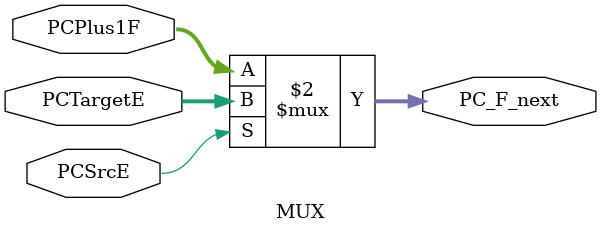
<source format=v>
`timescale 1ns / 1ps
module MUX(PCPlus1F,PCTargetE,PCSrcE,PC_F_next);
input [31:0]PCPlus1F,PCTargetE;
input PCSrcE;
output [31:0]PC_F_next;
assign PC_F_next=(PCSrcE==1)?PCTargetE:PCPlus1F;
endmodule

</source>
